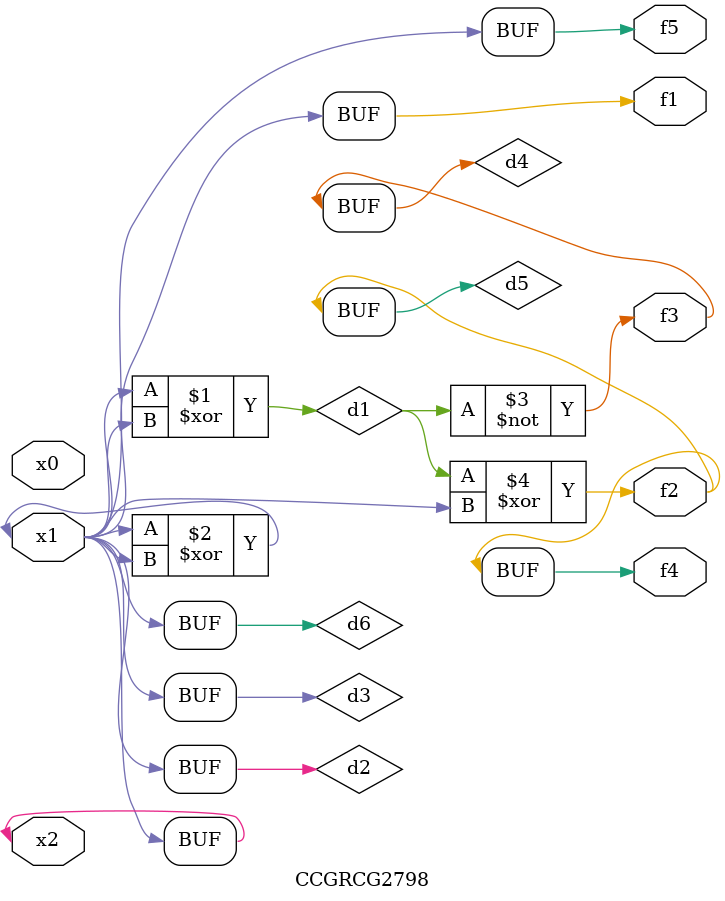
<source format=v>
module CCGRCG2798(
	input x0, x1, x2,
	output f1, f2, f3, f4, f5
);

	wire d1, d2, d3, d4, d5, d6;

	xor (d1, x1, x2);
	buf (d2, x1, x2);
	xor (d3, x1, x2);
	nor (d4, d1);
	xor (d5, d1, d2);
	buf (d6, d2, d3);
	assign f1 = d6;
	assign f2 = d5;
	assign f3 = d4;
	assign f4 = d5;
	assign f5 = d6;
endmodule

</source>
